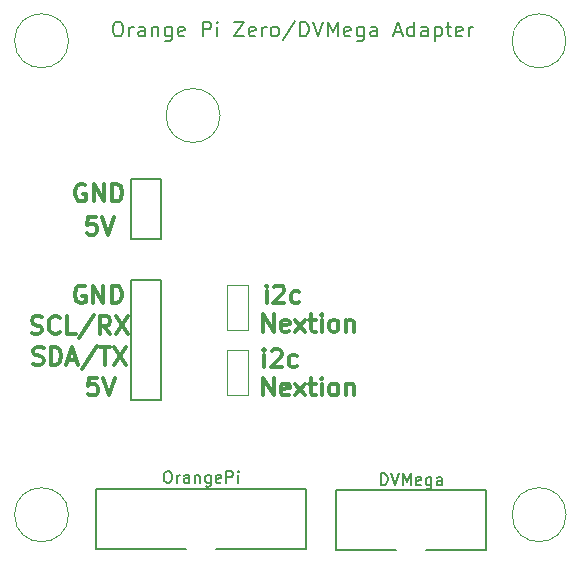
<source format=gto>
G04 #@! TF.FileFunction,Legend,Top*
%FSLAX46Y46*%
G04 Gerber Fmt 4.6, Leading zero omitted, Abs format (unit mm)*
G04 Created by KiCad (PCBNEW 4.0.6) date Monday, 31 July 2017 'PMt' 21:07:52*
%MOMM*%
%LPD*%
G01*
G04 APERTURE LIST*
%ADD10C,0.100000*%
%ADD11C,0.200000*%
%ADD12C,0.300000*%
%ADD13C,0.150000*%
%ADD14C,0.120000*%
G04 APERTURE END LIST*
D10*
D11*
X147049047Y-76405476D02*
X147287143Y-76405476D01*
X147406190Y-76465000D01*
X147525238Y-76584048D01*
X147584762Y-76822143D01*
X147584762Y-77238810D01*
X147525238Y-77476905D01*
X147406190Y-77595952D01*
X147287143Y-77655476D01*
X147049047Y-77655476D01*
X146930000Y-77595952D01*
X146810952Y-77476905D01*
X146751428Y-77238810D01*
X146751428Y-76822143D01*
X146810952Y-76584048D01*
X146930000Y-76465000D01*
X147049047Y-76405476D01*
X148120476Y-77655476D02*
X148120476Y-76822143D01*
X148120476Y-77060238D02*
X148180000Y-76941190D01*
X148239524Y-76881667D01*
X148358571Y-76822143D01*
X148477619Y-76822143D01*
X149430000Y-77655476D02*
X149430000Y-77000714D01*
X149370477Y-76881667D01*
X149251429Y-76822143D01*
X149013334Y-76822143D01*
X148894286Y-76881667D01*
X149430000Y-77595952D02*
X149310953Y-77655476D01*
X149013334Y-77655476D01*
X148894286Y-77595952D01*
X148834762Y-77476905D01*
X148834762Y-77357857D01*
X148894286Y-77238810D01*
X149013334Y-77179286D01*
X149310953Y-77179286D01*
X149430000Y-77119762D01*
X150025238Y-76822143D02*
X150025238Y-77655476D01*
X150025238Y-76941190D02*
X150084762Y-76881667D01*
X150203809Y-76822143D01*
X150382381Y-76822143D01*
X150501429Y-76881667D01*
X150560952Y-77000714D01*
X150560952Y-77655476D01*
X151691904Y-76822143D02*
X151691904Y-77834048D01*
X151632381Y-77953095D01*
X151572857Y-78012619D01*
X151453809Y-78072143D01*
X151275238Y-78072143D01*
X151156190Y-78012619D01*
X151691904Y-77595952D02*
X151572857Y-77655476D01*
X151334761Y-77655476D01*
X151215714Y-77595952D01*
X151156190Y-77536429D01*
X151096666Y-77417381D01*
X151096666Y-77060238D01*
X151156190Y-76941190D01*
X151215714Y-76881667D01*
X151334761Y-76822143D01*
X151572857Y-76822143D01*
X151691904Y-76881667D01*
X152763333Y-77595952D02*
X152644285Y-77655476D01*
X152406190Y-77655476D01*
X152287142Y-77595952D01*
X152227618Y-77476905D01*
X152227618Y-77000714D01*
X152287142Y-76881667D01*
X152406190Y-76822143D01*
X152644285Y-76822143D01*
X152763333Y-76881667D01*
X152822856Y-77000714D01*
X152822856Y-77119762D01*
X152227618Y-77238810D01*
X154310952Y-77655476D02*
X154310952Y-76405476D01*
X154787143Y-76405476D01*
X154906190Y-76465000D01*
X154965714Y-76524524D01*
X155025238Y-76643571D01*
X155025238Y-76822143D01*
X154965714Y-76941190D01*
X154906190Y-77000714D01*
X154787143Y-77060238D01*
X154310952Y-77060238D01*
X155560952Y-77655476D02*
X155560952Y-76822143D01*
X155560952Y-76405476D02*
X155501428Y-76465000D01*
X155560952Y-76524524D01*
X155620476Y-76465000D01*
X155560952Y-76405476D01*
X155560952Y-76524524D01*
X156989523Y-76405476D02*
X157822857Y-76405476D01*
X156989523Y-77655476D01*
X157822857Y-77655476D01*
X158775238Y-77595952D02*
X158656190Y-77655476D01*
X158418095Y-77655476D01*
X158299047Y-77595952D01*
X158239523Y-77476905D01*
X158239523Y-77000714D01*
X158299047Y-76881667D01*
X158418095Y-76822143D01*
X158656190Y-76822143D01*
X158775238Y-76881667D01*
X158834761Y-77000714D01*
X158834761Y-77119762D01*
X158239523Y-77238810D01*
X159370476Y-77655476D02*
X159370476Y-76822143D01*
X159370476Y-77060238D02*
X159430000Y-76941190D01*
X159489524Y-76881667D01*
X159608571Y-76822143D01*
X159727619Y-76822143D01*
X160322857Y-77655476D02*
X160203810Y-77595952D01*
X160144286Y-77536429D01*
X160084762Y-77417381D01*
X160084762Y-77060238D01*
X160144286Y-76941190D01*
X160203810Y-76881667D01*
X160322857Y-76822143D01*
X160501429Y-76822143D01*
X160620477Y-76881667D01*
X160680000Y-76941190D01*
X160739524Y-77060238D01*
X160739524Y-77417381D01*
X160680000Y-77536429D01*
X160620477Y-77595952D01*
X160501429Y-77655476D01*
X160322857Y-77655476D01*
X162168095Y-76345952D02*
X161096667Y-77953095D01*
X162584762Y-77655476D02*
X162584762Y-76405476D01*
X162882381Y-76405476D01*
X163060953Y-76465000D01*
X163180000Y-76584048D01*
X163239524Y-76703095D01*
X163299048Y-76941190D01*
X163299048Y-77119762D01*
X163239524Y-77357857D01*
X163180000Y-77476905D01*
X163060953Y-77595952D01*
X162882381Y-77655476D01*
X162584762Y-77655476D01*
X163656191Y-76405476D02*
X164072857Y-77655476D01*
X164489524Y-76405476D01*
X164906191Y-77655476D02*
X164906191Y-76405476D01*
X165322858Y-77298333D01*
X165739524Y-76405476D01*
X165739524Y-77655476D01*
X166810953Y-77595952D02*
X166691905Y-77655476D01*
X166453810Y-77655476D01*
X166334762Y-77595952D01*
X166275238Y-77476905D01*
X166275238Y-77000714D01*
X166334762Y-76881667D01*
X166453810Y-76822143D01*
X166691905Y-76822143D01*
X166810953Y-76881667D01*
X166870476Y-77000714D01*
X166870476Y-77119762D01*
X166275238Y-77238810D01*
X167941905Y-76822143D02*
X167941905Y-77834048D01*
X167882382Y-77953095D01*
X167822858Y-78012619D01*
X167703810Y-78072143D01*
X167525239Y-78072143D01*
X167406191Y-78012619D01*
X167941905Y-77595952D02*
X167822858Y-77655476D01*
X167584762Y-77655476D01*
X167465715Y-77595952D01*
X167406191Y-77536429D01*
X167346667Y-77417381D01*
X167346667Y-77060238D01*
X167406191Y-76941190D01*
X167465715Y-76881667D01*
X167584762Y-76822143D01*
X167822858Y-76822143D01*
X167941905Y-76881667D01*
X169072857Y-77655476D02*
X169072857Y-77000714D01*
X169013334Y-76881667D01*
X168894286Y-76822143D01*
X168656191Y-76822143D01*
X168537143Y-76881667D01*
X169072857Y-77595952D02*
X168953810Y-77655476D01*
X168656191Y-77655476D01*
X168537143Y-77595952D01*
X168477619Y-77476905D01*
X168477619Y-77357857D01*
X168537143Y-77238810D01*
X168656191Y-77179286D01*
X168953810Y-77179286D01*
X169072857Y-77119762D01*
X170560952Y-77298333D02*
X171156190Y-77298333D01*
X170441905Y-77655476D02*
X170858571Y-76405476D01*
X171275238Y-77655476D01*
X172227619Y-77655476D02*
X172227619Y-76405476D01*
X172227619Y-77595952D02*
X172108572Y-77655476D01*
X171870476Y-77655476D01*
X171751429Y-77595952D01*
X171691905Y-77536429D01*
X171632381Y-77417381D01*
X171632381Y-77060238D01*
X171691905Y-76941190D01*
X171751429Y-76881667D01*
X171870476Y-76822143D01*
X172108572Y-76822143D01*
X172227619Y-76881667D01*
X173358571Y-77655476D02*
X173358571Y-77000714D01*
X173299048Y-76881667D01*
X173180000Y-76822143D01*
X172941905Y-76822143D01*
X172822857Y-76881667D01*
X173358571Y-77595952D02*
X173239524Y-77655476D01*
X172941905Y-77655476D01*
X172822857Y-77595952D01*
X172763333Y-77476905D01*
X172763333Y-77357857D01*
X172822857Y-77238810D01*
X172941905Y-77179286D01*
X173239524Y-77179286D01*
X173358571Y-77119762D01*
X173953809Y-76822143D02*
X173953809Y-78072143D01*
X173953809Y-76881667D02*
X174072857Y-76822143D01*
X174310952Y-76822143D01*
X174430000Y-76881667D01*
X174489523Y-76941190D01*
X174549047Y-77060238D01*
X174549047Y-77417381D01*
X174489523Y-77536429D01*
X174430000Y-77595952D01*
X174310952Y-77655476D01*
X174072857Y-77655476D01*
X173953809Y-77595952D01*
X174906190Y-76822143D02*
X175382380Y-76822143D01*
X175084761Y-76405476D02*
X175084761Y-77476905D01*
X175144285Y-77595952D01*
X175263332Y-77655476D01*
X175382380Y-77655476D01*
X176275238Y-77595952D02*
X176156190Y-77655476D01*
X175918095Y-77655476D01*
X175799047Y-77595952D01*
X175739523Y-77476905D01*
X175739523Y-77000714D01*
X175799047Y-76881667D01*
X175918095Y-76822143D01*
X176156190Y-76822143D01*
X176275238Y-76881667D01*
X176334761Y-77000714D01*
X176334761Y-77119762D01*
X175739523Y-77238810D01*
X176870476Y-77655476D02*
X176870476Y-76822143D01*
X176870476Y-77060238D02*
X176930000Y-76941190D01*
X176989524Y-76881667D01*
X177108571Y-76822143D01*
X177227619Y-76822143D01*
D12*
X144361043Y-90194700D02*
X144218186Y-90123271D01*
X144003900Y-90123271D01*
X143789615Y-90194700D01*
X143646757Y-90337557D01*
X143575329Y-90480414D01*
X143503900Y-90766129D01*
X143503900Y-90980414D01*
X143575329Y-91266129D01*
X143646757Y-91408986D01*
X143789615Y-91551843D01*
X144003900Y-91623271D01*
X144146757Y-91623271D01*
X144361043Y-91551843D01*
X144432472Y-91480414D01*
X144432472Y-90980414D01*
X144146757Y-90980414D01*
X145075329Y-91623271D02*
X145075329Y-90123271D01*
X145932472Y-91623271D01*
X145932472Y-90123271D01*
X146646758Y-91623271D02*
X146646758Y-90123271D01*
X147003901Y-90123271D01*
X147218186Y-90194700D01*
X147361044Y-90337557D01*
X147432472Y-90480414D01*
X147503901Y-90766129D01*
X147503901Y-90980414D01*
X147432472Y-91266129D01*
X147361044Y-91408986D01*
X147218186Y-91551843D01*
X147003901Y-91623271D01*
X146646758Y-91623271D01*
X145294387Y-92942671D02*
X144580101Y-92942671D01*
X144508672Y-93656957D01*
X144580101Y-93585529D01*
X144722958Y-93514100D01*
X145080101Y-93514100D01*
X145222958Y-93585529D01*
X145294387Y-93656957D01*
X145365815Y-93799814D01*
X145365815Y-94156957D01*
X145294387Y-94299814D01*
X145222958Y-94371243D01*
X145080101Y-94442671D01*
X144722958Y-94442671D01*
X144580101Y-94371243D01*
X144508672Y-94299814D01*
X145794386Y-92942671D02*
X146294386Y-94442671D01*
X146794386Y-92942671D01*
X139844286Y-102777143D02*
X140058572Y-102848571D01*
X140415715Y-102848571D01*
X140558572Y-102777143D01*
X140630001Y-102705714D01*
X140701429Y-102562857D01*
X140701429Y-102420000D01*
X140630001Y-102277143D01*
X140558572Y-102205714D01*
X140415715Y-102134286D01*
X140130001Y-102062857D01*
X139987143Y-101991429D01*
X139915715Y-101920000D01*
X139844286Y-101777143D01*
X139844286Y-101634286D01*
X139915715Y-101491429D01*
X139987143Y-101420000D01*
X140130001Y-101348571D01*
X140487143Y-101348571D01*
X140701429Y-101420000D01*
X142201429Y-102705714D02*
X142130000Y-102777143D01*
X141915714Y-102848571D01*
X141772857Y-102848571D01*
X141558572Y-102777143D01*
X141415714Y-102634286D01*
X141344286Y-102491429D01*
X141272857Y-102205714D01*
X141272857Y-101991429D01*
X141344286Y-101705714D01*
X141415714Y-101562857D01*
X141558572Y-101420000D01*
X141772857Y-101348571D01*
X141915714Y-101348571D01*
X142130000Y-101420000D01*
X142201429Y-101491429D01*
X143558572Y-102848571D02*
X142844286Y-102848571D01*
X142844286Y-101348571D01*
X145130000Y-101277143D02*
X143844286Y-103205714D01*
X146487144Y-102848571D02*
X145987144Y-102134286D01*
X145630001Y-102848571D02*
X145630001Y-101348571D01*
X146201429Y-101348571D01*
X146344287Y-101420000D01*
X146415715Y-101491429D01*
X146487144Y-101634286D01*
X146487144Y-101848571D01*
X146415715Y-101991429D01*
X146344287Y-102062857D01*
X146201429Y-102134286D01*
X145630001Y-102134286D01*
X146987144Y-101348571D02*
X147987144Y-102848571D01*
X147987144Y-101348571D02*
X146987144Y-102848571D01*
X139987143Y-105377143D02*
X140201429Y-105448571D01*
X140558572Y-105448571D01*
X140701429Y-105377143D01*
X140772858Y-105305714D01*
X140844286Y-105162857D01*
X140844286Y-105020000D01*
X140772858Y-104877143D01*
X140701429Y-104805714D01*
X140558572Y-104734286D01*
X140272858Y-104662857D01*
X140130000Y-104591429D01*
X140058572Y-104520000D01*
X139987143Y-104377143D01*
X139987143Y-104234286D01*
X140058572Y-104091429D01*
X140130000Y-104020000D01*
X140272858Y-103948571D01*
X140630000Y-103948571D01*
X140844286Y-104020000D01*
X141487143Y-105448571D02*
X141487143Y-103948571D01*
X141844286Y-103948571D01*
X142058571Y-104020000D01*
X142201429Y-104162857D01*
X142272857Y-104305714D01*
X142344286Y-104591429D01*
X142344286Y-104805714D01*
X142272857Y-105091429D01*
X142201429Y-105234286D01*
X142058571Y-105377143D01*
X141844286Y-105448571D01*
X141487143Y-105448571D01*
X142915714Y-105020000D02*
X143630000Y-105020000D01*
X142772857Y-105448571D02*
X143272857Y-103948571D01*
X143772857Y-105448571D01*
X145344285Y-103877143D02*
X144058571Y-105805714D01*
X145630000Y-103948571D02*
X146487143Y-103948571D01*
X146058572Y-105448571D02*
X146058572Y-103948571D01*
X146844286Y-103948571D02*
X147844286Y-105448571D01*
X147844286Y-103948571D02*
X146844286Y-105448571D01*
X144337143Y-98820000D02*
X144194286Y-98748571D01*
X143980000Y-98748571D01*
X143765715Y-98820000D01*
X143622857Y-98962857D01*
X143551429Y-99105714D01*
X143480000Y-99391429D01*
X143480000Y-99605714D01*
X143551429Y-99891429D01*
X143622857Y-100034286D01*
X143765715Y-100177143D01*
X143980000Y-100248571D01*
X144122857Y-100248571D01*
X144337143Y-100177143D01*
X144408572Y-100105714D01*
X144408572Y-99605714D01*
X144122857Y-99605714D01*
X145051429Y-100248571D02*
X145051429Y-98748571D01*
X145908572Y-100248571D01*
X145908572Y-98748571D01*
X146622858Y-100248571D02*
X146622858Y-98748571D01*
X146980001Y-98748571D01*
X147194286Y-98820000D01*
X147337144Y-98962857D01*
X147408572Y-99105714D01*
X147480001Y-99391429D01*
X147480001Y-99605714D01*
X147408572Y-99891429D01*
X147337144Y-100034286D01*
X147194286Y-100177143D01*
X146980001Y-100248571D01*
X146622858Y-100248571D01*
X145394287Y-106548571D02*
X144680001Y-106548571D01*
X144608572Y-107262857D01*
X144680001Y-107191429D01*
X144822858Y-107120000D01*
X145180001Y-107120000D01*
X145322858Y-107191429D01*
X145394287Y-107262857D01*
X145465715Y-107405714D01*
X145465715Y-107762857D01*
X145394287Y-107905714D01*
X145322858Y-107977143D01*
X145180001Y-108048571D01*
X144822858Y-108048571D01*
X144680001Y-107977143D01*
X144608572Y-107905714D01*
X145894286Y-106548571D02*
X146394286Y-108048571D01*
X146894286Y-106548571D01*
X159458571Y-102648571D02*
X159458571Y-101148571D01*
X160315714Y-102648571D01*
X160315714Y-101148571D01*
X161601428Y-102577143D02*
X161458571Y-102648571D01*
X161172857Y-102648571D01*
X161030000Y-102577143D01*
X160958571Y-102434286D01*
X160958571Y-101862857D01*
X161030000Y-101720000D01*
X161172857Y-101648571D01*
X161458571Y-101648571D01*
X161601428Y-101720000D01*
X161672857Y-101862857D01*
X161672857Y-102005714D01*
X160958571Y-102148571D01*
X162172857Y-102648571D02*
X162958571Y-101648571D01*
X162172857Y-101648571D02*
X162958571Y-102648571D01*
X163315714Y-101648571D02*
X163887143Y-101648571D01*
X163530000Y-101148571D02*
X163530000Y-102434286D01*
X163601428Y-102577143D01*
X163744286Y-102648571D01*
X163887143Y-102648571D01*
X164387143Y-102648571D02*
X164387143Y-101648571D01*
X164387143Y-101148571D02*
X164315714Y-101220000D01*
X164387143Y-101291429D01*
X164458571Y-101220000D01*
X164387143Y-101148571D01*
X164387143Y-101291429D01*
X165315715Y-102648571D02*
X165172857Y-102577143D01*
X165101429Y-102505714D01*
X165030000Y-102362857D01*
X165030000Y-101934286D01*
X165101429Y-101791429D01*
X165172857Y-101720000D01*
X165315715Y-101648571D01*
X165530000Y-101648571D01*
X165672857Y-101720000D01*
X165744286Y-101791429D01*
X165815715Y-101934286D01*
X165815715Y-102362857D01*
X165744286Y-102505714D01*
X165672857Y-102577143D01*
X165530000Y-102648571D01*
X165315715Y-102648571D01*
X166458572Y-101648571D02*
X166458572Y-102648571D01*
X166458572Y-101791429D02*
X166530000Y-101720000D01*
X166672858Y-101648571D01*
X166887143Y-101648571D01*
X167030000Y-101720000D01*
X167101429Y-101862857D01*
X167101429Y-102648571D01*
X159458571Y-108048571D02*
X159458571Y-106548571D01*
X160315714Y-108048571D01*
X160315714Y-106548571D01*
X161601428Y-107977143D02*
X161458571Y-108048571D01*
X161172857Y-108048571D01*
X161030000Y-107977143D01*
X160958571Y-107834286D01*
X160958571Y-107262857D01*
X161030000Y-107120000D01*
X161172857Y-107048571D01*
X161458571Y-107048571D01*
X161601428Y-107120000D01*
X161672857Y-107262857D01*
X161672857Y-107405714D01*
X160958571Y-107548571D01*
X162172857Y-108048571D02*
X162958571Y-107048571D01*
X162172857Y-107048571D02*
X162958571Y-108048571D01*
X163315714Y-107048571D02*
X163887143Y-107048571D01*
X163530000Y-106548571D02*
X163530000Y-107834286D01*
X163601428Y-107977143D01*
X163744286Y-108048571D01*
X163887143Y-108048571D01*
X164387143Y-108048571D02*
X164387143Y-107048571D01*
X164387143Y-106548571D02*
X164315714Y-106620000D01*
X164387143Y-106691429D01*
X164458571Y-106620000D01*
X164387143Y-106548571D01*
X164387143Y-106691429D01*
X165315715Y-108048571D02*
X165172857Y-107977143D01*
X165101429Y-107905714D01*
X165030000Y-107762857D01*
X165030000Y-107334286D01*
X165101429Y-107191429D01*
X165172857Y-107120000D01*
X165315715Y-107048571D01*
X165530000Y-107048571D01*
X165672857Y-107120000D01*
X165744286Y-107191429D01*
X165815715Y-107334286D01*
X165815715Y-107762857D01*
X165744286Y-107905714D01*
X165672857Y-107977143D01*
X165530000Y-108048571D01*
X165315715Y-108048571D01*
X166458572Y-107048571D02*
X166458572Y-108048571D01*
X166458572Y-107191429D02*
X166530000Y-107120000D01*
X166672858Y-107048571D01*
X166887143Y-107048571D01*
X167030000Y-107120000D01*
X167101429Y-107262857D01*
X167101429Y-108048571D01*
X159522858Y-105648571D02*
X159522858Y-104648571D01*
X159522858Y-104148571D02*
X159451429Y-104220000D01*
X159522858Y-104291429D01*
X159594286Y-104220000D01*
X159522858Y-104148571D01*
X159522858Y-104291429D01*
X160165715Y-104291429D02*
X160237144Y-104220000D01*
X160380001Y-104148571D01*
X160737144Y-104148571D01*
X160880001Y-104220000D01*
X160951430Y-104291429D01*
X161022858Y-104434286D01*
X161022858Y-104577143D01*
X160951430Y-104791429D01*
X160094287Y-105648571D01*
X161022858Y-105648571D01*
X162308572Y-105577143D02*
X162165715Y-105648571D01*
X161880001Y-105648571D01*
X161737143Y-105577143D01*
X161665715Y-105505714D01*
X161594286Y-105362857D01*
X161594286Y-104934286D01*
X161665715Y-104791429D01*
X161737143Y-104720000D01*
X161880001Y-104648571D01*
X162165715Y-104648571D01*
X162308572Y-104720000D01*
X159722858Y-100248571D02*
X159722858Y-99248571D01*
X159722858Y-98748571D02*
X159651429Y-98820000D01*
X159722858Y-98891429D01*
X159794286Y-98820000D01*
X159722858Y-98748571D01*
X159722858Y-98891429D01*
X160365715Y-98891429D02*
X160437144Y-98820000D01*
X160580001Y-98748571D01*
X160937144Y-98748571D01*
X161080001Y-98820000D01*
X161151430Y-98891429D01*
X161222858Y-99034286D01*
X161222858Y-99177143D01*
X161151430Y-99391429D01*
X160294287Y-100248571D01*
X161222858Y-100248571D01*
X162508572Y-100177143D02*
X162365715Y-100248571D01*
X162080001Y-100248571D01*
X161937143Y-100177143D01*
X161865715Y-100105714D01*
X161794286Y-99962857D01*
X161794286Y-99534286D01*
X161865715Y-99391429D01*
X161937143Y-99320000D01*
X162080001Y-99248571D01*
X162365715Y-99248571D01*
X162508572Y-99320000D01*
D13*
X148210000Y-108450000D02*
X148210000Y-98290000D01*
X148210000Y-98290000D02*
X150750000Y-98290000D01*
X150750000Y-98290000D02*
X150750000Y-108450000D01*
X150750000Y-108450000D02*
X148210000Y-108450000D01*
X145250000Y-116010000D02*
X163030000Y-116010000D01*
X163030000Y-116010000D02*
X163030000Y-121090000D01*
X163030000Y-121090000D02*
X155410000Y-121090000D01*
X152870000Y-121090000D02*
X145250000Y-121090000D01*
X145250000Y-121090000D02*
X145250000Y-116010000D01*
X165570000Y-116030000D02*
X178270000Y-116030000D01*
X178270000Y-116030000D02*
X178270000Y-121110000D01*
X178270000Y-121110000D02*
X173190000Y-121110000D01*
X170650000Y-121110000D02*
X165570000Y-121110000D01*
X165570000Y-121110000D02*
X165570000Y-116030000D01*
D14*
X156340000Y-104210000D02*
X156340000Y-108030000D01*
X156340000Y-108030000D02*
X158120000Y-108030000D01*
X158120000Y-108030000D02*
X158120000Y-104210000D01*
X156340000Y-104210000D02*
X158120000Y-104210000D01*
X156340000Y-98710000D02*
X156340000Y-102530000D01*
X156340000Y-102530000D02*
X158120000Y-102530000D01*
X158120000Y-102530000D02*
X158120000Y-98710000D01*
X156340000Y-98710000D02*
X158120000Y-98710000D01*
X185077100Y-78028800D02*
G75*
G03X185077100Y-78028800I-2286000J0D01*
G01*
X142961000Y-78025000D02*
G75*
G03X142961000Y-78025000I-2286000J0D01*
G01*
X142961000Y-118150000D02*
G75*
G03X142961000Y-118150000I-2286000J0D01*
G01*
X185086000Y-118150000D02*
G75*
G03X185086000Y-118150000I-2286000J0D01*
G01*
X155786000Y-84350000D02*
G75*
G03X155786000Y-84350000I-2286000J0D01*
G01*
D13*
X148234400Y-94792800D02*
X148234400Y-89712800D01*
X148234400Y-89712800D02*
X150774400Y-89712800D01*
X150774400Y-89712800D02*
X150774400Y-94792800D01*
X150774400Y-94792800D02*
X148234400Y-94792800D01*
X151271428Y-114452381D02*
X151461905Y-114452381D01*
X151557143Y-114500000D01*
X151652381Y-114595238D01*
X151700000Y-114785714D01*
X151700000Y-115119048D01*
X151652381Y-115309524D01*
X151557143Y-115404762D01*
X151461905Y-115452381D01*
X151271428Y-115452381D01*
X151176190Y-115404762D01*
X151080952Y-115309524D01*
X151033333Y-115119048D01*
X151033333Y-114785714D01*
X151080952Y-114595238D01*
X151176190Y-114500000D01*
X151271428Y-114452381D01*
X152128571Y-115452381D02*
X152128571Y-114785714D01*
X152128571Y-114976190D02*
X152176190Y-114880952D01*
X152223809Y-114833333D01*
X152319047Y-114785714D01*
X152414286Y-114785714D01*
X153176191Y-115452381D02*
X153176191Y-114928571D01*
X153128572Y-114833333D01*
X153033334Y-114785714D01*
X152842857Y-114785714D01*
X152747619Y-114833333D01*
X153176191Y-115404762D02*
X153080953Y-115452381D01*
X152842857Y-115452381D01*
X152747619Y-115404762D01*
X152700000Y-115309524D01*
X152700000Y-115214286D01*
X152747619Y-115119048D01*
X152842857Y-115071429D01*
X153080953Y-115071429D01*
X153176191Y-115023810D01*
X153652381Y-114785714D02*
X153652381Y-115452381D01*
X153652381Y-114880952D02*
X153700000Y-114833333D01*
X153795238Y-114785714D01*
X153938096Y-114785714D01*
X154033334Y-114833333D01*
X154080953Y-114928571D01*
X154080953Y-115452381D01*
X154985715Y-114785714D02*
X154985715Y-115595238D01*
X154938096Y-115690476D01*
X154890477Y-115738095D01*
X154795238Y-115785714D01*
X154652381Y-115785714D01*
X154557143Y-115738095D01*
X154985715Y-115404762D02*
X154890477Y-115452381D01*
X154700000Y-115452381D01*
X154604762Y-115404762D01*
X154557143Y-115357143D01*
X154509524Y-115261905D01*
X154509524Y-114976190D01*
X154557143Y-114880952D01*
X154604762Y-114833333D01*
X154700000Y-114785714D01*
X154890477Y-114785714D01*
X154985715Y-114833333D01*
X155842858Y-115404762D02*
X155747620Y-115452381D01*
X155557143Y-115452381D01*
X155461905Y-115404762D01*
X155414286Y-115309524D01*
X155414286Y-114928571D01*
X155461905Y-114833333D01*
X155557143Y-114785714D01*
X155747620Y-114785714D01*
X155842858Y-114833333D01*
X155890477Y-114928571D01*
X155890477Y-115023810D01*
X155414286Y-115119048D01*
X156319048Y-115452381D02*
X156319048Y-114452381D01*
X156700001Y-114452381D01*
X156795239Y-114500000D01*
X156842858Y-114547619D01*
X156890477Y-114642857D01*
X156890477Y-114785714D01*
X156842858Y-114880952D01*
X156795239Y-114928571D01*
X156700001Y-114976190D01*
X156319048Y-114976190D01*
X157319048Y-115452381D02*
X157319048Y-114785714D01*
X157319048Y-114452381D02*
X157271429Y-114500000D01*
X157319048Y-114547619D01*
X157366667Y-114500000D01*
X157319048Y-114452381D01*
X157319048Y-114547619D01*
X169404762Y-115652381D02*
X169404762Y-114652381D01*
X169642857Y-114652381D01*
X169785715Y-114700000D01*
X169880953Y-114795238D01*
X169928572Y-114890476D01*
X169976191Y-115080952D01*
X169976191Y-115223810D01*
X169928572Y-115414286D01*
X169880953Y-115509524D01*
X169785715Y-115604762D01*
X169642857Y-115652381D01*
X169404762Y-115652381D01*
X170261905Y-114652381D02*
X170595238Y-115652381D01*
X170928572Y-114652381D01*
X171261905Y-115652381D02*
X171261905Y-114652381D01*
X171595239Y-115366667D01*
X171928572Y-114652381D01*
X171928572Y-115652381D01*
X172785715Y-115604762D02*
X172690477Y-115652381D01*
X172500000Y-115652381D01*
X172404762Y-115604762D01*
X172357143Y-115509524D01*
X172357143Y-115128571D01*
X172404762Y-115033333D01*
X172500000Y-114985714D01*
X172690477Y-114985714D01*
X172785715Y-115033333D01*
X172833334Y-115128571D01*
X172833334Y-115223810D01*
X172357143Y-115319048D01*
X173690477Y-114985714D02*
X173690477Y-115795238D01*
X173642858Y-115890476D01*
X173595239Y-115938095D01*
X173500000Y-115985714D01*
X173357143Y-115985714D01*
X173261905Y-115938095D01*
X173690477Y-115604762D02*
X173595239Y-115652381D01*
X173404762Y-115652381D01*
X173309524Y-115604762D01*
X173261905Y-115557143D01*
X173214286Y-115461905D01*
X173214286Y-115176190D01*
X173261905Y-115080952D01*
X173309524Y-115033333D01*
X173404762Y-114985714D01*
X173595239Y-114985714D01*
X173690477Y-115033333D01*
X174595239Y-115652381D02*
X174595239Y-115128571D01*
X174547620Y-115033333D01*
X174452382Y-114985714D01*
X174261905Y-114985714D01*
X174166667Y-115033333D01*
X174595239Y-115604762D02*
X174500001Y-115652381D01*
X174261905Y-115652381D01*
X174166667Y-115604762D01*
X174119048Y-115509524D01*
X174119048Y-115414286D01*
X174166667Y-115319048D01*
X174261905Y-115271429D01*
X174500001Y-115271429D01*
X174595239Y-115223810D01*
M02*

</source>
